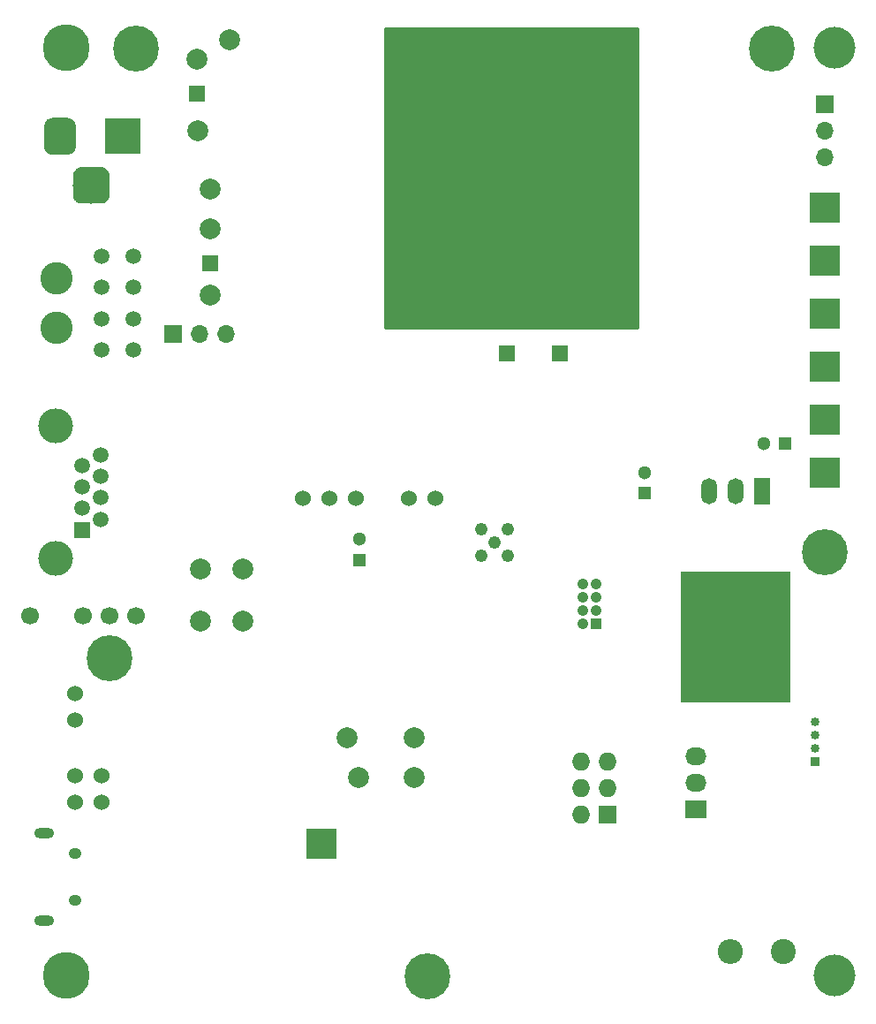
<source format=gbs>
G04 #@! TF.GenerationSoftware,KiCad,Pcbnew,(5.1.0)-1*
G04 #@! TF.CreationDate,2019-10-16T14:32:53+01:00*
G04 #@! TF.ProjectId,TempCtrl,54656d70-4374-4726-9c2e-6b696361645f,v4.3D*
G04 #@! TF.SameCoordinates,Original*
G04 #@! TF.FileFunction,Soldermask,Bot*
G04 #@! TF.FilePolarity,Negative*
%FSLAX46Y46*%
G04 Gerber Fmt 4.6, Leading zero omitted, Abs format (unit mm)*
G04 Created by KiCad (PCBNEW (5.1.0)-1) date 2019-10-16 14:32:53*
%MOMM*%
%LPD*%
G04 APERTURE LIST*
%ADD10C,1.240000*%
%ADD11R,3.000000X3.000000*%
%ADD12C,4.400000*%
%ADD13C,0.700000*%
%ADD14O,1.700000X1.700000*%
%ADD15R,1.700000X1.700000*%
%ADD16R,1.500000X1.500000*%
%ADD17C,1.524000*%
%ADD18O,2.400000X2.400000*%
%ADD19C,2.400000*%
%ADD20C,2.000000*%
%ADD21R,1.300000X1.300000*%
%ADD22C,1.300000*%
%ADD23R,1.727200X1.727200*%
%ADD24O,1.727200X1.727200*%
%ADD25O,1.900000X1.000000*%
%ADD26O,1.250000X1.050000*%
%ADD27R,10.500000X12.500000*%
%ADD28O,1.501140X2.499360*%
%ADD29R,1.501140X2.499360*%
%ADD30C,5.080000*%
%ADD31R,0.850000X0.850000*%
%ADD32C,0.850000*%
%ADD33R,2.032000X1.727200*%
%ADD34O,2.032000X1.727200*%
%ADD35C,1.998980*%
%ADD36C,3.100000*%
%ADD37C,1.500000*%
%ADD38C,4.500000*%
%ADD39C,3.330000*%
%ADD40C,4.000000*%
%ADD41R,1.050000X1.050000*%
%ADD42C,1.050000*%
%ADD43C,1.700000*%
%ADD44R,3.500000X3.500000*%
%ADD45C,0.150000*%
%ADD46C,3.000000*%
%ADD47C,3.500000*%
%ADD48C,0.254000*%
G04 APERTURE END LIST*
D10*
X209700000Y-87900000D03*
X208430000Y-86630000D03*
X210970000Y-89170000D03*
X210970000Y-86630000D03*
X208430000Y-89170000D03*
D11*
X193040000Y-116840000D03*
D12*
X175260000Y-40640000D03*
D13*
X176910000Y-40640000D03*
X176426726Y-41806726D03*
X175260000Y-42290000D03*
X174093274Y-41806726D03*
X173610000Y-40640000D03*
X174093274Y-39473274D03*
X175260000Y-38990000D03*
X176426726Y-39473274D03*
D12*
X241300000Y-88900000D03*
D13*
X242950000Y-88900000D03*
X242466726Y-90066726D03*
X241300000Y-90550000D03*
X240133274Y-90066726D03*
X239650000Y-88900000D03*
X240133274Y-87733274D03*
X241300000Y-87250000D03*
X242466726Y-87733274D03*
X173886726Y-97893274D03*
X172720000Y-97410000D03*
X171553274Y-97893274D03*
X171070000Y-99060000D03*
X171553274Y-100226726D03*
X172720000Y-100710000D03*
X173886726Y-100226726D03*
X174370000Y-99060000D03*
D12*
X172720000Y-99060000D03*
X203200000Y-129540000D03*
D13*
X204850000Y-129540000D03*
X204366726Y-130706726D03*
X203200000Y-131190000D03*
X202033274Y-130706726D03*
X201550000Y-129540000D03*
X202033274Y-128373274D03*
X203200000Y-127890000D03*
X204366726Y-128373274D03*
X237386726Y-39473274D03*
X236220000Y-38990000D03*
X235053274Y-39473274D03*
X234570000Y-40640000D03*
X235053274Y-41806726D03*
X236220000Y-42290000D03*
X237386726Y-41806726D03*
X237870000Y-40640000D03*
D12*
X236220000Y-40640000D03*
D14*
X241300000Y-51054000D03*
X241300000Y-48514000D03*
D15*
X241300000Y-45974000D03*
D14*
X183896000Y-67945000D03*
X181356000Y-67945000D03*
D15*
X178816000Y-67945000D03*
D16*
X181102000Y-44958000D03*
X210820000Y-69850000D03*
X182372000Y-61214000D03*
X215900000Y-69850000D03*
D11*
X241300000Y-81280000D03*
X241300000Y-71120000D03*
X241300000Y-60960000D03*
X241300000Y-76200000D03*
X241300000Y-66040000D03*
X241300000Y-55880000D03*
D17*
X169440000Y-104920000D03*
X169440000Y-102380000D03*
D18*
X232256000Y-127146000D03*
D19*
X237336000Y-127146000D03*
D20*
X181102000Y-41656000D03*
X184277000Y-39751000D03*
X181229000Y-48514000D03*
X182372000Y-57912000D03*
X182372000Y-54102000D03*
X182372000Y-64262000D03*
D21*
X224090000Y-83230000D03*
D22*
X224090000Y-81230000D03*
D17*
X204000000Y-83730000D03*
X201460000Y-83730000D03*
X196380000Y-83730000D03*
X193840000Y-83730000D03*
X191300000Y-83730000D03*
X169440000Y-110280000D03*
X169440000Y-112820000D03*
X171980000Y-110280000D03*
X171980000Y-112820000D03*
D23*
X220540000Y-114040000D03*
D24*
X218000000Y-114040000D03*
X220540000Y-111500000D03*
X218000000Y-111500000D03*
X220540000Y-108960000D03*
X218000000Y-108960000D03*
D25*
X166450000Y-115825000D03*
X166450000Y-124175000D03*
D26*
X169450000Y-117775000D03*
X169450000Y-122225000D03*
D27*
X232800000Y-96964000D03*
D28*
X232800000Y-83000000D03*
D29*
X235340000Y-83000000D03*
D28*
X230260000Y-83000000D03*
D30*
X232800000Y-99750000D03*
D31*
X240400000Y-108900000D03*
D32*
X240400000Y-107650000D03*
X240400000Y-106400000D03*
X240400000Y-105150000D03*
D33*
X229000000Y-113500000D03*
D34*
X229000000Y-110960000D03*
X229000000Y-108420000D03*
D35*
X185500000Y-90500640D03*
X185500000Y-95501900D03*
X181500000Y-90500640D03*
X181500000Y-95501900D03*
D36*
X167680000Y-67340000D03*
D37*
X175000000Y-69500000D03*
X172000000Y-69500000D03*
X172000000Y-66500000D03*
X175000000Y-66500000D03*
X175000000Y-63500000D03*
X172000000Y-63500000D03*
X175000000Y-60500000D03*
X172000000Y-60500000D03*
D36*
X167680000Y-62660000D03*
D38*
X168570000Y-129450000D03*
X168570000Y-40550000D03*
D39*
X167600000Y-89480000D03*
X167600000Y-76780000D03*
D16*
X170140000Y-86710000D03*
D37*
X171920000Y-85690000D03*
X170140000Y-84670000D03*
X171920000Y-83650000D03*
X170140000Y-82630000D03*
X171920000Y-81610000D03*
X170140000Y-80590000D03*
X171920000Y-79570000D03*
D40*
X242240000Y-129450000D03*
X242240000Y-40550000D03*
D41*
X219400000Y-95700000D03*
D42*
X219400000Y-94430000D03*
X219400000Y-93160000D03*
X219400000Y-91890000D03*
X218130000Y-94430000D03*
X218130000Y-93160000D03*
X218130000Y-91890000D03*
X218130000Y-95700000D03*
D21*
X237490000Y-78486000D03*
D22*
X235490000Y-78486000D03*
D21*
X196700000Y-89600000D03*
D22*
X196700000Y-87600000D03*
D43*
X165100000Y-95000000D03*
X170180000Y-95000000D03*
X172720000Y-95000000D03*
X175260000Y-95000000D03*
D20*
X201930000Y-110490000D03*
X195500000Y-106680000D03*
X201930000Y-106680000D03*
X196596000Y-110490000D03*
D44*
X174000000Y-49000000D03*
D45*
G36*
X168823513Y-47253611D02*
G01*
X168896318Y-47264411D01*
X168967714Y-47282295D01*
X169037013Y-47307090D01*
X169103548Y-47338559D01*
X169166678Y-47376398D01*
X169225795Y-47420242D01*
X169280330Y-47469670D01*
X169329758Y-47524205D01*
X169373602Y-47583322D01*
X169411441Y-47646452D01*
X169442910Y-47712987D01*
X169467705Y-47782286D01*
X169485589Y-47853682D01*
X169496389Y-47926487D01*
X169500000Y-48000000D01*
X169500000Y-50000000D01*
X169496389Y-50073513D01*
X169485589Y-50146318D01*
X169467705Y-50217714D01*
X169442910Y-50287013D01*
X169411441Y-50353548D01*
X169373602Y-50416678D01*
X169329758Y-50475795D01*
X169280330Y-50530330D01*
X169225795Y-50579758D01*
X169166678Y-50623602D01*
X169103548Y-50661441D01*
X169037013Y-50692910D01*
X168967714Y-50717705D01*
X168896318Y-50735589D01*
X168823513Y-50746389D01*
X168750000Y-50750000D01*
X167250000Y-50750000D01*
X167176487Y-50746389D01*
X167103682Y-50735589D01*
X167032286Y-50717705D01*
X166962987Y-50692910D01*
X166896452Y-50661441D01*
X166833322Y-50623602D01*
X166774205Y-50579758D01*
X166719670Y-50530330D01*
X166670242Y-50475795D01*
X166626398Y-50416678D01*
X166588559Y-50353548D01*
X166557090Y-50287013D01*
X166532295Y-50217714D01*
X166514411Y-50146318D01*
X166503611Y-50073513D01*
X166500000Y-50000000D01*
X166500000Y-48000000D01*
X166503611Y-47926487D01*
X166514411Y-47853682D01*
X166532295Y-47782286D01*
X166557090Y-47712987D01*
X166588559Y-47646452D01*
X166626398Y-47583322D01*
X166670242Y-47524205D01*
X166719670Y-47469670D01*
X166774205Y-47420242D01*
X166833322Y-47376398D01*
X166896452Y-47338559D01*
X166962987Y-47307090D01*
X167032286Y-47282295D01*
X167103682Y-47264411D01*
X167176487Y-47253611D01*
X167250000Y-47250000D01*
X168750000Y-47250000D01*
X168823513Y-47253611D01*
X168823513Y-47253611D01*
G37*
D46*
X168000000Y-49000000D03*
D45*
G36*
X171960765Y-51954213D02*
G01*
X172045704Y-51966813D01*
X172128999Y-51987677D01*
X172209848Y-52016605D01*
X172287472Y-52053319D01*
X172361124Y-52097464D01*
X172430094Y-52148616D01*
X172493718Y-52206282D01*
X172551384Y-52269906D01*
X172602536Y-52338876D01*
X172646681Y-52412528D01*
X172683395Y-52490152D01*
X172712323Y-52571001D01*
X172733187Y-52654296D01*
X172745787Y-52739235D01*
X172750000Y-52825000D01*
X172750000Y-54575000D01*
X172745787Y-54660765D01*
X172733187Y-54745704D01*
X172712323Y-54828999D01*
X172683395Y-54909848D01*
X172646681Y-54987472D01*
X172602536Y-55061124D01*
X172551384Y-55130094D01*
X172493718Y-55193718D01*
X172430094Y-55251384D01*
X172361124Y-55302536D01*
X172287472Y-55346681D01*
X172209848Y-55383395D01*
X172128999Y-55412323D01*
X172045704Y-55433187D01*
X171960765Y-55445787D01*
X171875000Y-55450000D01*
X170125000Y-55450000D01*
X170039235Y-55445787D01*
X169954296Y-55433187D01*
X169871001Y-55412323D01*
X169790152Y-55383395D01*
X169712528Y-55346681D01*
X169638876Y-55302536D01*
X169569906Y-55251384D01*
X169506282Y-55193718D01*
X169448616Y-55130094D01*
X169397464Y-55061124D01*
X169353319Y-54987472D01*
X169316605Y-54909848D01*
X169287677Y-54828999D01*
X169266813Y-54745704D01*
X169254213Y-54660765D01*
X169250000Y-54575000D01*
X169250000Y-52825000D01*
X169254213Y-52739235D01*
X169266813Y-52654296D01*
X169287677Y-52571001D01*
X169316605Y-52490152D01*
X169353319Y-52412528D01*
X169397464Y-52338876D01*
X169448616Y-52269906D01*
X169506282Y-52206282D01*
X169569906Y-52148616D01*
X169638876Y-52097464D01*
X169712528Y-52053319D01*
X169790152Y-52016605D01*
X169871001Y-51987677D01*
X169954296Y-51966813D01*
X170039235Y-51954213D01*
X170125000Y-51950000D01*
X171875000Y-51950000D01*
X171960765Y-51954213D01*
X171960765Y-51954213D01*
G37*
D47*
X171000000Y-53700000D03*
D48*
G36*
X223373000Y-67373000D02*
G01*
X199127000Y-67373000D01*
X199127000Y-38627000D01*
X223373000Y-38627000D01*
X223373000Y-67373000D01*
X223373000Y-67373000D01*
G37*
X223373000Y-67373000D02*
X199127000Y-67373000D01*
X199127000Y-38627000D01*
X223373000Y-38627000D01*
X223373000Y-67373000D01*
M02*

</source>
